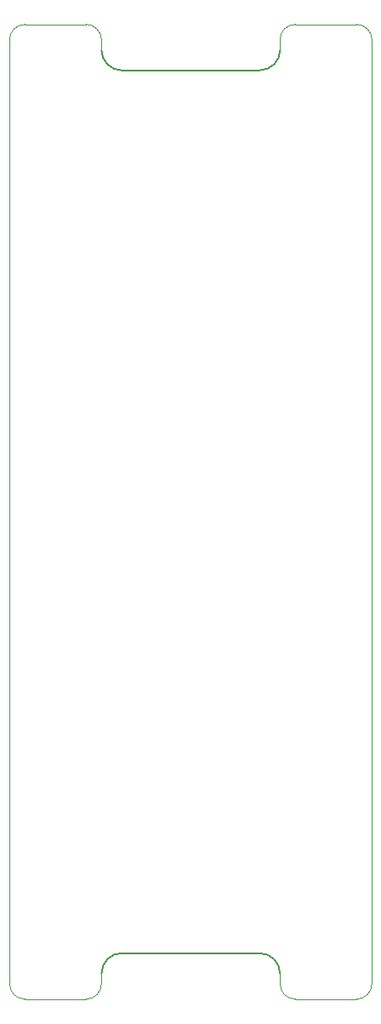
<source format=gbr>
%TF.GenerationSoftware,KiCad,Pcbnew,5.1.10*%
%TF.CreationDate,2021-06-27T22:38:49+02:00*%
%TF.ProjectId,fc_v2,66635f76-322e-46b6-9963-61645f706362,rev?*%
%TF.SameCoordinates,Original*%
%TF.FileFunction,Profile,NP*%
%FSLAX46Y46*%
G04 Gerber Fmt 4.6, Leading zero omitted, Abs format (unit mm)*
G04 Created by KiCad (PCBNEW 5.1.10) date 2021-06-27 22:38:49*
%MOMM*%
%LPD*%
G01*
G04 APERTURE LIST*
%TA.AperFunction,Profile*%
%ADD10C,0.150000*%
%TD*%
%TA.AperFunction,Profile*%
%ADD11C,0.100000*%
%TD*%
G04 APERTURE END LIST*
D10*
X146304000Y-153416000D02*
G75*
G02*
X148336000Y-155448000I0J-2032000D01*
G01*
X130556000Y-155448000D02*
G75*
G02*
X132588000Y-153416000I2032000J0D01*
G01*
X148336000Y-63500000D02*
G75*
G02*
X146304000Y-65532000I-2032000J0D01*
G01*
X132588000Y-65532000D02*
G75*
G02*
X130556000Y-63500000I0J2032000D01*
G01*
D11*
X130556000Y-156464000D02*
X130556000Y-155448000D01*
X122936000Y-157988000D02*
G75*
G02*
X121412000Y-156464000I0J1524000D01*
G01*
X122936000Y-157988000D02*
X129032000Y-157988000D01*
X130556000Y-156464000D02*
G75*
G02*
X129032000Y-157988000I-1524000J0D01*
G01*
X148336000Y-156464000D02*
X148336000Y-155448000D01*
X149860000Y-157988000D02*
G75*
G02*
X148336000Y-156464000I0J1524000D01*
G01*
X149860000Y-157988000D02*
X155956000Y-157988000D01*
X157480000Y-156464000D02*
G75*
G02*
X155956000Y-157988000I-1524000J0D01*
G01*
X148336000Y-62484000D02*
X148336000Y-63500000D01*
X155956000Y-60960000D02*
G75*
G02*
X157480000Y-62484000I0J-1524000D01*
G01*
X155956000Y-60960000D02*
X149860000Y-60960000D01*
X148336000Y-62484000D02*
G75*
G02*
X149860000Y-60960000I1524000J0D01*
G01*
X130556000Y-63500000D02*
X130556000Y-62484000D01*
X129032000Y-60960000D02*
X122936000Y-60960000D01*
X129032000Y-60960000D02*
G75*
G02*
X130556000Y-62484000I0J-1524000D01*
G01*
X121412000Y-62484000D02*
G75*
G02*
X122936000Y-60960000I1524000J0D01*
G01*
D10*
X146304000Y-153416000D02*
X132588000Y-153416000D01*
X132588000Y-65532000D02*
X146304000Y-65532000D01*
D11*
X121412000Y-62484000D02*
X121412000Y-134620000D01*
X157480000Y-156464000D02*
X157480000Y-62484000D01*
X121412000Y-134620000D02*
X121412000Y-156464000D01*
M02*

</source>
